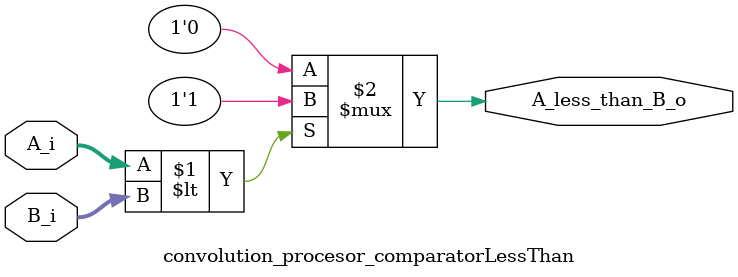
<source format=sv>
/*	
   ===================================================================
   Module Name  : Comparator Less Than
      
   Filename     : comparatorLessThan.v
   Type         : Verilog Module
   
   Description  : This block compares two unsigned binary numbers.
                  A_less_than_B_o output values:
                  
                  Value   Condition
                  
                  1'b1     A_i < B_i                  
                  1'b0     otherwise
                  
   -----------------------------------------------------------------------------
   Clocks      : -
   Reset       : -
   Parameters  :   
         NAME                         Comments                   Default
         ------------------------------------------------------------------------------
         DATA_WIDTH              Number of data bits                13 
         ------------------------------------------------------------------------------
   Version     : 1.0
   Data        : 14 Nov 2018
   Revision    : -
   Reviser     : -		
   ------------------------------------------------------------------------------
      Modification Log "please register all the modifications in this area"
      (D/M/Y)  
      
   ----------------------
   // Instance template
   ----------------------
   comparatorLessThan 
   #(
      .DATA_WIDTH   (),
   )
   "MODULE_NAME"
   (
      A_i            (),
      B_i            (), 
      A_less_than_B_o()
   );
*/

module convolution_procesor_comparatorLessThan
#(
   parameter DATA_WIDTH_A = 13,
   parameter DATA_WIDTH_B = 13
)(
	input [DATA_WIDTH_A-1:0]  A_i,
	input [DATA_WIDTH_B-1:0]  B_i, 
	output                  A_less_than_B_o
);

assign A_less_than_B_o = ( A_i < B_i ) ? 1'b1 :  1'b0;



endmodule


</source>
